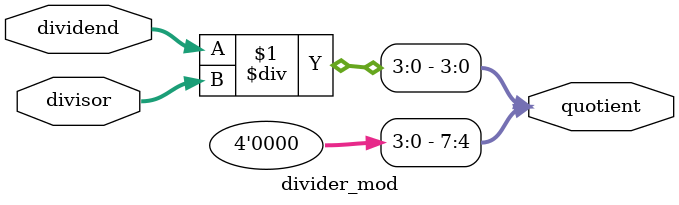
<source format=v>
`timescale 1ns / 1ps



module divider_mod(
    input [3:0] dividend,
    input [3:0] divisor,
    output [7:0] quotient
);

    assign quotient = {4'b0, dividend / divisor};
    
endmodule

</source>
